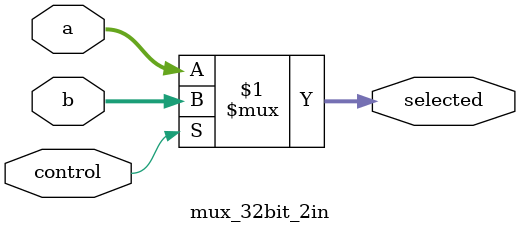
<source format=v>
module mux_32bit_2in(
    input wire control,
    input wire [31:0] a,b,
    output wire [31:0] selected
);

    assign selected = (control)?b:a;

endmodule
</source>
